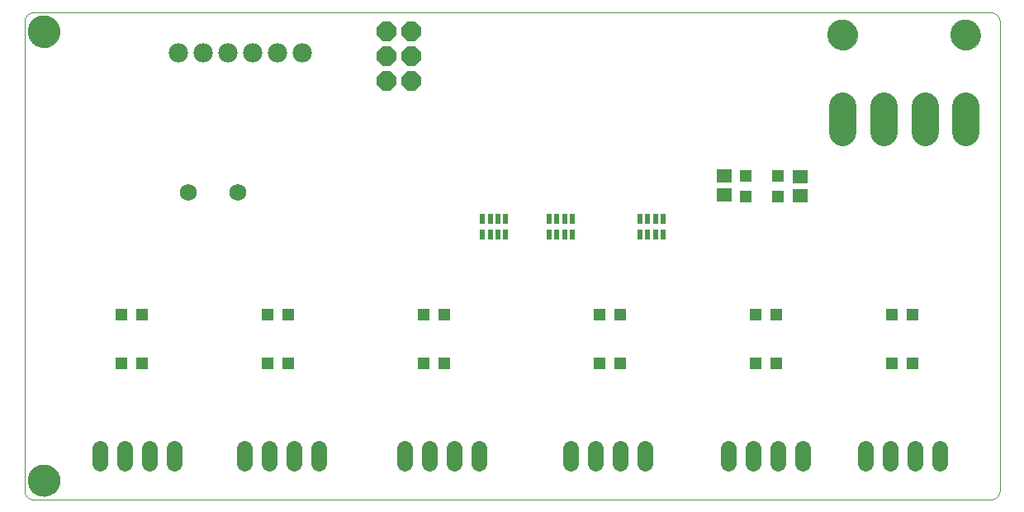
<source format=gbs>
G75*
%MOIN*%
%OFA0B0*%
%FSLAX24Y24*%
%IPPOS*%
%LPD*%
%AMOC8*
5,1,8,0,0,1.08239X$1,22.5*
%
%ADD10C,0.0000*%
%ADD11C,0.1300*%
%ADD12C,0.0640*%
%ADD13C,0.0690*%
%ADD14OC8,0.0780*%
%ADD15C,0.0780*%
%ADD16C,0.1221*%
%ADD17C,0.1103*%
%ADD18R,0.0512X0.0512*%
%ADD19R,0.0236X0.0394*%
%ADD20R,0.0631X0.0552*%
D10*
X000754Y002824D02*
X039336Y002824D01*
X039375Y002826D01*
X039413Y002832D01*
X039450Y002841D01*
X039487Y002854D01*
X039522Y002871D01*
X039555Y002890D01*
X039586Y002913D01*
X039615Y002939D01*
X039641Y002968D01*
X039664Y002999D01*
X039683Y003032D01*
X039700Y003067D01*
X039713Y003104D01*
X039722Y003141D01*
X039728Y003179D01*
X039730Y003218D01*
X039730Y022115D01*
X039728Y022154D01*
X039722Y022192D01*
X039713Y022229D01*
X039700Y022266D01*
X039683Y022301D01*
X039664Y022334D01*
X039641Y022365D01*
X039615Y022394D01*
X039586Y022420D01*
X039555Y022443D01*
X039522Y022462D01*
X039487Y022479D01*
X039450Y022492D01*
X039413Y022501D01*
X039375Y022507D01*
X039336Y022509D01*
X000754Y022509D01*
X000715Y022507D01*
X000677Y022501D01*
X000640Y022492D01*
X000603Y022479D01*
X000568Y022462D01*
X000535Y022443D01*
X000504Y022420D01*
X000475Y022394D01*
X000449Y022365D01*
X000426Y022334D01*
X000407Y022301D01*
X000390Y022266D01*
X000377Y022229D01*
X000368Y022192D01*
X000362Y022154D01*
X000360Y022115D01*
X000360Y003218D01*
X000362Y003179D01*
X000368Y003141D01*
X000377Y003104D01*
X000390Y003067D01*
X000407Y003032D01*
X000426Y002999D01*
X000449Y002968D01*
X000475Y002939D01*
X000504Y002913D01*
X000535Y002890D01*
X000568Y002871D01*
X000603Y002854D01*
X000640Y002841D01*
X000677Y002832D01*
X000715Y002826D01*
X000754Y002824D01*
X000517Y003611D02*
X000519Y003661D01*
X000525Y003711D01*
X000535Y003760D01*
X000549Y003808D01*
X000566Y003855D01*
X000587Y003900D01*
X000612Y003944D01*
X000640Y003985D01*
X000672Y004024D01*
X000706Y004061D01*
X000743Y004095D01*
X000783Y004125D01*
X000825Y004152D01*
X000869Y004176D01*
X000915Y004197D01*
X000962Y004213D01*
X001010Y004226D01*
X001060Y004235D01*
X001109Y004240D01*
X001160Y004241D01*
X001210Y004238D01*
X001259Y004231D01*
X001308Y004220D01*
X001356Y004205D01*
X001402Y004187D01*
X001447Y004165D01*
X001490Y004139D01*
X001531Y004110D01*
X001570Y004078D01*
X001606Y004043D01*
X001638Y004005D01*
X001668Y003965D01*
X001695Y003922D01*
X001718Y003878D01*
X001737Y003832D01*
X001753Y003784D01*
X001765Y003735D01*
X001773Y003686D01*
X001777Y003636D01*
X001777Y003586D01*
X001773Y003536D01*
X001765Y003487D01*
X001753Y003438D01*
X001737Y003390D01*
X001718Y003344D01*
X001695Y003300D01*
X001668Y003257D01*
X001638Y003217D01*
X001606Y003179D01*
X001570Y003144D01*
X001531Y003112D01*
X001490Y003083D01*
X001447Y003057D01*
X001402Y003035D01*
X001356Y003017D01*
X001308Y003002D01*
X001259Y002991D01*
X001210Y002984D01*
X001160Y002981D01*
X001109Y002982D01*
X001060Y002987D01*
X001010Y002996D01*
X000962Y003009D01*
X000915Y003025D01*
X000869Y003046D01*
X000825Y003070D01*
X000783Y003097D01*
X000743Y003127D01*
X000706Y003161D01*
X000672Y003198D01*
X000640Y003237D01*
X000612Y003278D01*
X000587Y003322D01*
X000566Y003367D01*
X000549Y003414D01*
X000535Y003462D01*
X000525Y003511D01*
X000519Y003561D01*
X000517Y003611D01*
X000517Y021722D02*
X000519Y021772D01*
X000525Y021822D01*
X000535Y021871D01*
X000549Y021919D01*
X000566Y021966D01*
X000587Y022011D01*
X000612Y022055D01*
X000640Y022096D01*
X000672Y022135D01*
X000706Y022172D01*
X000743Y022206D01*
X000783Y022236D01*
X000825Y022263D01*
X000869Y022287D01*
X000915Y022308D01*
X000962Y022324D01*
X001010Y022337D01*
X001060Y022346D01*
X001109Y022351D01*
X001160Y022352D01*
X001210Y022349D01*
X001259Y022342D01*
X001308Y022331D01*
X001356Y022316D01*
X001402Y022298D01*
X001447Y022276D01*
X001490Y022250D01*
X001531Y022221D01*
X001570Y022189D01*
X001606Y022154D01*
X001638Y022116D01*
X001668Y022076D01*
X001695Y022033D01*
X001718Y021989D01*
X001737Y021943D01*
X001753Y021895D01*
X001765Y021846D01*
X001773Y021797D01*
X001777Y021747D01*
X001777Y021697D01*
X001773Y021647D01*
X001765Y021598D01*
X001753Y021549D01*
X001737Y021501D01*
X001718Y021455D01*
X001695Y021411D01*
X001668Y021368D01*
X001638Y021328D01*
X001606Y021290D01*
X001570Y021255D01*
X001531Y021223D01*
X001490Y021194D01*
X001447Y021168D01*
X001402Y021146D01*
X001356Y021128D01*
X001308Y021113D01*
X001259Y021102D01*
X001210Y021095D01*
X001160Y021092D01*
X001109Y021093D01*
X001060Y021098D01*
X001010Y021107D01*
X000962Y021120D01*
X000915Y021136D01*
X000869Y021157D01*
X000825Y021181D01*
X000783Y021208D01*
X000743Y021238D01*
X000706Y021272D01*
X000672Y021309D01*
X000640Y021348D01*
X000612Y021389D01*
X000587Y021433D01*
X000566Y021478D01*
X000549Y021525D01*
X000535Y021573D01*
X000525Y021622D01*
X000519Y021672D01*
X000517Y021722D01*
X032795Y021590D02*
X032797Y021638D01*
X032803Y021686D01*
X032813Y021733D01*
X032826Y021779D01*
X032844Y021824D01*
X032864Y021868D01*
X032889Y021910D01*
X032917Y021949D01*
X032947Y021986D01*
X032981Y022020D01*
X033018Y022052D01*
X033056Y022081D01*
X033097Y022106D01*
X033140Y022128D01*
X033185Y022146D01*
X033231Y022160D01*
X033278Y022171D01*
X033326Y022178D01*
X033374Y022181D01*
X033422Y022180D01*
X033470Y022175D01*
X033518Y022166D01*
X033564Y022154D01*
X033609Y022137D01*
X033653Y022117D01*
X033695Y022094D01*
X033735Y022067D01*
X033773Y022037D01*
X033808Y022004D01*
X033840Y021968D01*
X033870Y021930D01*
X033896Y021889D01*
X033918Y021846D01*
X033938Y021802D01*
X033953Y021757D01*
X033965Y021710D01*
X033973Y021662D01*
X033977Y021614D01*
X033977Y021566D01*
X033973Y021518D01*
X033965Y021470D01*
X033953Y021423D01*
X033938Y021378D01*
X033918Y021334D01*
X033896Y021291D01*
X033870Y021250D01*
X033840Y021212D01*
X033808Y021176D01*
X033773Y021143D01*
X033735Y021113D01*
X033695Y021086D01*
X033653Y021063D01*
X033609Y021043D01*
X033564Y021026D01*
X033518Y021014D01*
X033470Y021005D01*
X033422Y021000D01*
X033374Y020999D01*
X033326Y021002D01*
X033278Y021009D01*
X033231Y021020D01*
X033185Y021034D01*
X033140Y021052D01*
X033097Y021074D01*
X033056Y021099D01*
X033018Y021128D01*
X032981Y021160D01*
X032947Y021194D01*
X032917Y021231D01*
X032889Y021270D01*
X032864Y021312D01*
X032844Y021356D01*
X032826Y021401D01*
X032813Y021447D01*
X032803Y021494D01*
X032797Y021542D01*
X032795Y021590D01*
X037755Y021590D02*
X037757Y021638D01*
X037763Y021686D01*
X037773Y021733D01*
X037786Y021779D01*
X037804Y021824D01*
X037824Y021868D01*
X037849Y021910D01*
X037877Y021949D01*
X037907Y021986D01*
X037941Y022020D01*
X037978Y022052D01*
X038016Y022081D01*
X038057Y022106D01*
X038100Y022128D01*
X038145Y022146D01*
X038191Y022160D01*
X038238Y022171D01*
X038286Y022178D01*
X038334Y022181D01*
X038382Y022180D01*
X038430Y022175D01*
X038478Y022166D01*
X038524Y022154D01*
X038569Y022137D01*
X038613Y022117D01*
X038655Y022094D01*
X038695Y022067D01*
X038733Y022037D01*
X038768Y022004D01*
X038800Y021968D01*
X038830Y021930D01*
X038856Y021889D01*
X038878Y021846D01*
X038898Y021802D01*
X038913Y021757D01*
X038925Y021710D01*
X038933Y021662D01*
X038937Y021614D01*
X038937Y021566D01*
X038933Y021518D01*
X038925Y021470D01*
X038913Y021423D01*
X038898Y021378D01*
X038878Y021334D01*
X038856Y021291D01*
X038830Y021250D01*
X038800Y021212D01*
X038768Y021176D01*
X038733Y021143D01*
X038695Y021113D01*
X038655Y021086D01*
X038613Y021063D01*
X038569Y021043D01*
X038524Y021026D01*
X038478Y021014D01*
X038430Y021005D01*
X038382Y021000D01*
X038334Y020999D01*
X038286Y021002D01*
X038238Y021009D01*
X038191Y021020D01*
X038145Y021034D01*
X038100Y021052D01*
X038057Y021074D01*
X038016Y021099D01*
X037978Y021128D01*
X037941Y021160D01*
X037907Y021194D01*
X037877Y021231D01*
X037849Y021270D01*
X037824Y021312D01*
X037804Y021356D01*
X037786Y021401D01*
X037773Y021447D01*
X037763Y021494D01*
X037757Y021542D01*
X037755Y021590D01*
D11*
X001147Y021722D03*
X001147Y003611D03*
D12*
X003397Y004296D02*
X003397Y004896D01*
X004397Y004896D02*
X004397Y004296D01*
X005397Y004296D02*
X005397Y004896D01*
X006397Y004896D02*
X006397Y004296D01*
X009243Y004296D02*
X009243Y004896D01*
X010243Y004896D02*
X010243Y004296D01*
X011243Y004296D02*
X011243Y004896D01*
X012243Y004896D02*
X012243Y004296D01*
X015695Y004296D02*
X015695Y004896D01*
X016695Y004896D02*
X016695Y004296D01*
X017695Y004296D02*
X017695Y004896D01*
X018695Y004896D02*
X018695Y004296D01*
X022422Y004296D02*
X022422Y004896D01*
X023422Y004896D02*
X023422Y004296D01*
X024422Y004296D02*
X024422Y004896D01*
X025422Y004896D02*
X025422Y004296D01*
X028781Y004296D02*
X028781Y004896D01*
X029781Y004896D02*
X029781Y004296D01*
X030781Y004296D02*
X030781Y004896D01*
X031781Y004896D02*
X031781Y004296D01*
X034293Y004296D02*
X034293Y004896D01*
X035293Y004896D02*
X035293Y004296D01*
X036293Y004296D02*
X036293Y004896D01*
X037293Y004896D02*
X037293Y004296D01*
D13*
X008990Y015234D03*
X006990Y015234D03*
D14*
X014980Y019724D03*
X015980Y019724D03*
X015980Y020724D03*
X014980Y020724D03*
X014980Y021724D03*
X015980Y021724D03*
D15*
X011569Y020864D03*
X010569Y020864D03*
X009569Y020864D03*
X008569Y020864D03*
X007569Y020864D03*
X006569Y020864D03*
D16*
X033386Y021590D03*
X038346Y021590D03*
D17*
X038346Y018716D02*
X038346Y017653D01*
X036693Y017653D02*
X036693Y018716D01*
X035039Y018716D02*
X035039Y017653D01*
X033386Y017653D02*
X033386Y018716D01*
D18*
X030780Y015897D03*
X030780Y015071D03*
X029460Y015071D03*
X029460Y015897D03*
X029868Y010304D03*
X030695Y010304D03*
X030695Y008336D03*
X029868Y008336D03*
X024395Y008336D03*
X023569Y008336D03*
X023569Y010304D03*
X024395Y010304D03*
X017309Y010304D03*
X016482Y010304D03*
X016482Y008336D03*
X017309Y008336D03*
X011010Y008336D03*
X010183Y008336D03*
X010183Y010304D03*
X011010Y010304D03*
X005104Y010304D03*
X004277Y010304D03*
X004277Y008336D03*
X005104Y008336D03*
X035380Y008336D03*
X036206Y008336D03*
X036206Y010304D03*
X035380Y010304D03*
D19*
X026153Y013533D03*
X025838Y013533D03*
X025523Y013533D03*
X025208Y013533D03*
X025208Y014163D03*
X025523Y014163D03*
X025838Y014163D03*
X026153Y014163D03*
X022486Y014163D03*
X022171Y014163D03*
X021856Y014163D03*
X021541Y014163D03*
X021541Y013533D03*
X021856Y013533D03*
X022171Y013533D03*
X022486Y013533D03*
X019790Y013533D03*
X019475Y013533D03*
X019160Y013533D03*
X018845Y013533D03*
X018845Y014163D03*
X019160Y014163D03*
X019475Y014163D03*
X019790Y014163D03*
D20*
X028620Y015140D03*
X028620Y015888D03*
X031680Y015858D03*
X031680Y015110D03*
M02*

</source>
